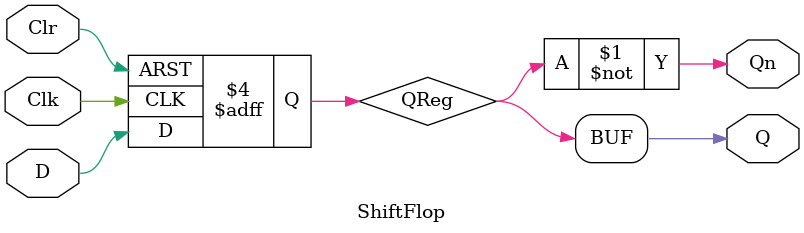
<source format=v>
module ShiftFlop (output Q, Qn, input D, Clk, Clr);
  //
  reg  QReg;  // Storage.
  //
  assign #2 Q  =  QReg;  // State changes get own delays.
  assign #1 Qn = ~QReg;
  //
  always@(posedge Clk, posedge Clr)
     if (Clr == 1'b1)
          QReg <= 1'b0;
     else QReg <= D;
  //
endmodule // ShiftFlop.

</source>
